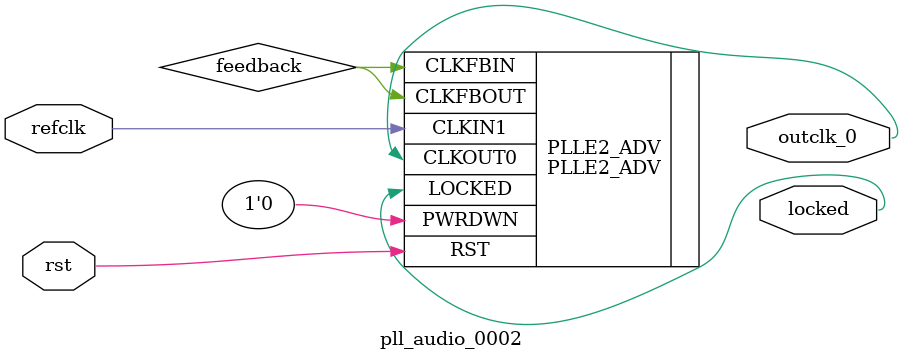
<source format=v>
`timescale 1ns/10ps
module  pll_audio_0002(
	input  wire refclk,
	input  wire rst,
	output wire outclk_0,
	output wire locked
);

    wire feedback;
	
	PLLE2_ADV #(
		.CLKFBOUT_MULT(7'd29),
		.CLKIN1_PERIOD(20.0),
		.CLKOUT0_DIVIDE(7'd59), // 50*29/59 = 24.576271186440678
		.CLKOUT0_PHASE(1'd0),
		.DIVCLK_DIVIDE(1'd1),
		.REF_JITTER1(0.01),
		.STARTUP_WAIT("FALSE")
	) PLLE2_ADV (
		.CLKFBIN(feedback),
		.CLKIN1(refclk),
		.PWRDWN(1'b0),
		.RST(rst),
		.CLKFBOUT(feedback),
		.CLKOUT0(outclk_0),
		.LOCKED(locked)
);
endmodule


</source>
